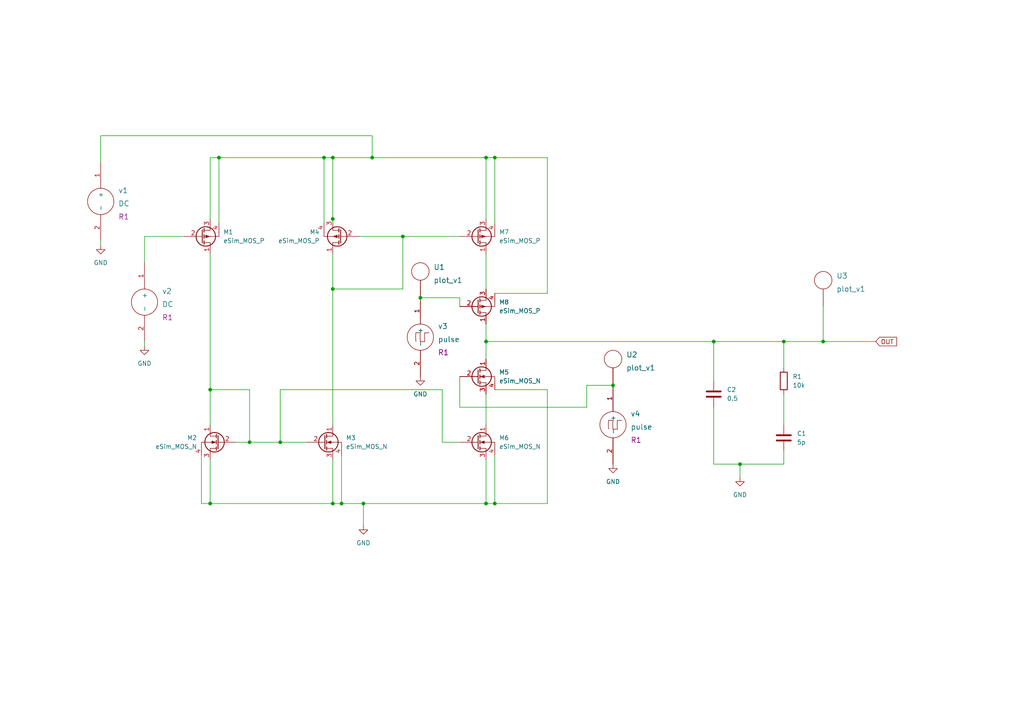
<source format=kicad_sch>
(kicad_sch (version 20211123) (generator eeschema)
  (paper "A4")
  (lib_symbols
    (symbol "eSim_Devices:capacitor" (pin_numbers hide) (pin_names (offset 0.254))
      (property "Reference" "C" (at 0.635 2.54 0))
      (property "Value" "capacitor" (at 0.635 -2.54 0))
      (symbol "capacitor_0_1"
        (polyline (pts (xy -2.032 -0.762) (xy 2.032 -0.762)) (stroke (width 0.508)))
        (polyline (pts (xy -2.032 0.762) (xy 2.032 0.762)) (stroke (width 0.508)))
      )
      (symbol "capacitor_1_1"
        (pin passive line (at 0 3.81 270) (length 2.794) (name "~") (number "1"))
        (pin passive line (at 0 -3.81 90) (length 2.794) (name "~") (number "2"))
      )
    )
    (symbol "eSim_Devices:eSim_MOS_N" (pin_names (offset 0) hide)
      (property "Reference" "M" (at 0 -3.81 0))
      (property "Value" "eSim_MOS_N" (at 2.54 -1.27 0))
      (symbol "eSim_MOS_N_0_1"
        (polyline (pts (xy 3.302 -7.366) (xy 3.302 -6.35)) (stroke (width 0.254)))
        (polyline (pts (xy 3.302 -6.858) (xy 5.08 -6.858)))
        (polyline (pts (xy 3.302 -5.588) (xy 3.302 -4.572)) (stroke (width 0.254)))
        (polyline (pts (xy 3.302 -5.08) (xy 5.08 -5.08)))
        (polyline (pts (xy 3.302 -3.81) (xy 3.302 -2.794)) (stroke (width 0.254)))
        (polyline (pts (xy 3.302 -3.302) (xy 5.08 -3.302)))
        (polyline (pts (xy 5.08 -7.62) (xy 5.08 -6.858)))
        (polyline (pts (xy 5.08 -3.302) (xy 5.08 -2.54)))
        (polyline (pts (xy 2.794 -6.985) (xy 2.794 -3.175) (xy 2.794 -3.175)) (stroke (width 0.254)))
        (polyline (pts (xy 5.08 -5.08) (xy 7.62 -5.08) (xy 7.62 -6.35)))
        (polyline (pts (xy 3.556 -5.08) (xy 4.572 -5.461) (xy 4.572 -4.699) (xy 3.556 -5.08)) (fill (type outline)))
        (circle (center 3.81 -5.08) (radius 2.8194) (stroke (width 0.254)))
      )
      (symbol "eSim_MOS_N_1_1"
        (pin passive line (at 5.08 0 270) (length 2.54) (name "D") (number "1"))
        (pin passive line (at -2.54 -5.08 0) (length 5.334) (name "G") (number "2"))
        (pin passive line (at 5.08 -10.16 90) (length 2.54) (name "S") (number "3"))
        (pin passive line (at 7.62 -8.89 90) (length 2.4892) (name "B") (number "4"))
      )
    )
    (symbol "eSim_Devices:eSim_MOS_P" (pin_names (offset 0) hide)
      (property "Reference" "M" (at -1.27 1.27 0))
      (property "Value" "eSim_MOS_P" (at 1.27 3.81 0))
      (symbol "eSim_MOS_P_0_1"
        (polyline (pts (xy 2.032 -1.778) (xy 3.81 -1.778)))
        (polyline (pts (xy 2.032 -1.27) (xy 2.032 -2.286)) (stroke (width 0.254)))
        (polyline (pts (xy 2.032 0) (xy 3.81 0)))
        (polyline (pts (xy 2.032 0.508) (xy 2.032 -0.508)) (stroke (width 0.254)))
        (polyline (pts (xy 2.032 1.778) (xy 3.81 1.778)))
        (polyline (pts (xy 2.032 2.286) (xy 2.032 1.27)) (stroke (width 0.254)))
        (polyline (pts (xy 3.81 -1.778) (xy 3.81 -2.54)))
        (polyline (pts (xy 3.81 2.54) (xy 3.81 1.778)))
        (polyline (pts (xy 1.524 1.905) (xy 1.524 -1.905) (xy 1.524 -1.905)) (stroke (width 0.254)))
        (polyline (pts (xy 3.81 0) (xy 6.35 0) (xy 6.35 -1.27)))
        (polyline (pts (xy 3.556 0) (xy 2.54 -0.381) (xy 2.54 0.381) (xy 3.556 0)) (fill (type outline)))
        (circle (center 2.54 0) (radius 2.8194) (stroke (width 0.254)))
      )
      (symbol "eSim_MOS_P_1_1"
        (pin passive line (at 3.81 5.08 270) (length 2.54) (name "D") (number "1"))
        (pin passive line (at -3.81 0 0) (length 5.334) (name "G") (number "2"))
        (pin passive line (at 3.81 -5.08 90) (length 2.54) (name "S") (number "3"))
        (pin passive line (at 6.35 -3.81 90) (length 2.54) (name "B") (number "4"))
      )
    )
    (symbol "eSim_Devices:resistor" (pin_numbers hide) (pin_names (offset 0))
      (property "Reference" "R" (at 1.27 3.302 0))
      (property "Value" "resistor" (at 1.27 -1.27 0))
      (symbol "resistor_0_1"
        (rectangle (start 3.81 0.254) (end -1.27 2.286) (stroke (width 0.254)))
      )
      (symbol "resistor_1_1"
        (pin passive line (at -2.54 1.27 0) (length 1.27) (name "~") (number "1"))
        (pin passive line (at 5.08 1.27 180) (length 1.27) (name "~") (number "2"))
      )
    )
    (symbol "eSim_Plot:plot_v1" (pin_names (offset 1.016))
      (property "Reference" "U" (at 0 12.7 0))
      (property "Value" "plot_v1" (at 5.08 8.89 0))
      (symbol "plot_v1_0_1"
        (circle (center 0 12.7) (radius 2.54))
      )
      (symbol "plot_v1_1_1"
        (pin input line (at 0 5.08 90) (length 5.08) (name "~") (number "~"))
      )
    )
    (symbol "eSim_Power:eSim_GND" (power) (pin_names (offset 0))
      (property "Value" "eSim_GND" (at 0 -3.81 0))
      (symbol "eSim_GND_0_1"
        (polyline (pts (xy 0 0) (xy 0 -1.27) (xy 1.27 -1.27) (xy 0 -2.54) (xy -1.27 -1.27) (xy 0 -1.27)))
      )
      (symbol "eSim_GND_1_1"
        (pin power_in line (at 0 0 270) (length 0) hide (name "GND") (number "1"))
      )
    )
    (symbol "eSim_Sources:DC" (pin_names (offset 1.016))
      (property "Reference" "v" (at -5.08 2.54 0))
      (property "Value" "DC" (at -5.08 -1.27 0))
      (property "Footprint" "R1" (at -7.62 0 0))
      (symbol "DC_0_1"
        (circle (center 0 0) (radius 3.81))
      )
      (symbol "DC_1_1"
        (pin power_out line (at 0 11.43 270) (length 7.62) (name "+") (number "1"))
        (pin power_out line (at 0 -11.43 90) (length 7.62) (name "-") (number "2"))
      )
    )
    (symbol "eSim_Sources:pulse" (pin_names (offset 1.016))
      (property "Reference" "v" (at -5.08 2.54 0))
      (property "Value" "pulse" (at -5.08 -1.27 0))
      (property "Footprint" "R1" (at -7.62 0 0))
      (symbol "pulse_0_1"
        (arc (start -1.27 1.27) (mid -1.3491 0) (end -1.27 -1.27))
        (arc (start 0 -1.27) (mid 0.635 -1.2876) (end 1.27 -1.27))
        (circle (center 0 0) (radius 3.81))
        (arc (start 0 1.27) (mid -0.635 1.2859) (end -1.27 1.27))
        (arc (start 0 1.27) (mid -0.0703 0) (end 0 -1.27))
        (arc (start 1.27 1.27) (mid 1.2124 0) (end 1.27 -1.27))
        (arc (start 1.27 1.27) (mid 1.905 1.2556) (end 2.54 1.27))
      )
      (symbol "pulse_1_1"
        (pin passive line (at 0 11.43 270) (length 7.62) (name "+") (number "1"))
        (pin passive line (at 0 -11.43 90) (length 7.62) (name "-") (number "2"))
      )
    )
  )
  (junction (at 93.98 45.72))
  (junction (at 60.96 146.05))
  (junction (at 238.76 99.06))
  (junction (at 96.52 63.5))
  (junction (at 63.5 45.72))
  (junction (at 105.41 146.05))
  (junction (at 207.01 99.06))
  (junction (at 177.8 111.76))
  (junction (at 96.52 83.82))
  (junction (at 121.92 86.36))
  (junction (at 140.97 99.06))
  (junction (at 140.97 146.05))
  (junction (at 140.97 45.72))
  (junction (at 227.33 99.06))
  (junction (at 116.84 68.58))
  (junction (at 214.63 134.62))
  (junction (at 96.52 45.72))
  (junction (at 60.96 113.03))
  (junction (at 96.52 146.05))
  (junction (at 107.95 45.72))
  (junction (at 81.28 128.27))
  (junction (at 99.06 146.05))
  (junction (at 72.39 128.27))
  (junction (at 143.51 45.72))
  (junction (at 143.51 146.05))
  (wire (pts (xy 140.97 45.72) (xy 143.51 45.72)))
  (wire (pts (xy 58.42 146.05) (xy 60.96 146.05)))
  (wire (pts (xy 140.97 99.06) (xy 140.97 104.14)))
  (wire (pts (xy 107.95 39.37) (xy 107.95 45.72)))
  (wire (pts (xy 96.52 45.72) (xy 107.95 45.72)))
  (wire (pts (xy 143.51 45.72) (xy 158.75 45.72)))
  (wire (pts (xy 214.63 134.62) (xy 214.63 138.43)))
  (wire (pts (xy 29.21 39.37) (xy 107.95 39.37)))
  (wire (pts (xy 158.75 113.03) (xy 158.75 146.05)))
  (wire (pts (xy 133.35 86.36) (xy 133.35 88.9)))
  (wire (pts (xy 29.21 46.99) (xy 29.21 39.37)))
  (wire (pts (xy 128.27 113.03) (xy 128.27 128.27)))
  (wire (pts (xy 60.96 45.72) (xy 63.5 45.72)))
  (wire (pts (xy 254 99.06) (xy 238.76 99.06)))
  (wire (pts (xy 29.21 69.85) (xy 29.21 71.12)))
  (wire (pts (xy 99.06 132.08) (xy 99.06 146.05)))
  (wire (pts (xy 96.52 64.77) (xy 96.52 63.5)))
  (wire (pts (xy 81.28 113.03) (xy 128.27 113.03)))
  (wire (pts (xy 133.35 109.22) (xy 133.35 118.11)))
  (wire (pts (xy 227.33 114.3) (xy 227.33 123.19)))
  (wire (pts (xy 107.95 45.72) (xy 140.97 45.72)))
  (wire (pts (xy 105.41 146.05) (xy 105.41 152.4)))
  (wire (pts (xy 96.52 146.05) (xy 99.06 146.05)))
  (wire (pts (xy 170.18 118.11) (xy 170.18 111.76)))
  (wire (pts (xy 140.97 93.98) (xy 140.97 99.06)))
  (wire (pts (xy 143.51 85.09) (xy 158.75 85.09)))
  (wire (pts (xy 116.84 68.58) (xy 116.84 83.82)))
  (wire (pts (xy 96.52 133.35) (xy 96.52 146.05)))
  (wire (pts (xy 99.06 146.05) (xy 105.41 146.05)))
  (wire (pts (xy 140.97 146.05) (xy 140.97 133.35)))
  (wire (pts (xy 96.52 83.82) (xy 116.84 83.82)))
  (wire (pts (xy 238.76 99.06) (xy 227.33 99.06)))
  (wire (pts (xy 96.52 83.82) (xy 96.52 123.19)))
  (wire (pts (xy 60.96 63.5) (xy 60.96 45.72)))
  (wire (pts (xy 207.01 99.06) (xy 140.97 99.06)))
  (wire (pts (xy 214.63 134.62) (xy 227.33 134.62)))
  (wire (pts (xy 143.51 146.05) (xy 158.75 146.05)))
  (wire (pts (xy 207.01 118.11) (xy 207.01 134.62)))
  (wire (pts (xy 105.41 146.05) (xy 140.97 146.05)))
  (wire (pts (xy 60.96 133.35) (xy 60.96 146.05)))
  (wire (pts (xy 128.27 128.27) (xy 133.35 128.27)))
  (wire (pts (xy 133.35 118.11) (xy 170.18 118.11)))
  (wire (pts (xy 140.97 146.05) (xy 143.51 146.05)))
  (wire (pts (xy 60.96 113.03) (xy 60.96 123.19)))
  (wire (pts (xy 170.18 111.76) (xy 177.8 111.76)))
  (wire (pts (xy 121.92 86.36) (xy 133.35 86.36)))
  (wire (pts (xy 116.84 68.58) (xy 133.35 68.58)))
  (wire (pts (xy 72.39 128.27) (xy 81.28 128.27)))
  (wire (pts (xy 158.75 85.09) (xy 158.75 45.72)))
  (wire (pts (xy 238.76 88.9) (xy 238.76 99.06)))
  (wire (pts (xy 58.42 132.08) (xy 58.42 146.05)))
  (wire (pts (xy 60.96 73.66) (xy 60.96 113.03)))
  (wire (pts (xy 63.5 45.72) (xy 93.98 45.72)))
  (wire (pts (xy 227.33 99.06) (xy 227.33 106.68)))
  (wire (pts (xy 63.5 45.72) (xy 63.5 64.77)))
  (wire (pts (xy 143.51 113.03) (xy 158.75 113.03)))
  (wire (pts (xy 60.96 146.05) (xy 96.52 146.05)))
  (wire (pts (xy 41.91 68.58) (xy 53.34 68.58)))
  (wire (pts (xy 104.14 68.58) (xy 116.84 68.58)))
  (wire (pts (xy 140.97 73.66) (xy 140.97 83.82)))
  (wire (pts (xy 81.28 128.27) (xy 88.9 128.27)))
  (wire (pts (xy 41.91 76.2) (xy 41.91 68.58)))
  (wire (pts (xy 60.96 113.03) (xy 72.39 113.03)))
  (wire (pts (xy 140.97 45.72) (xy 140.97 63.5)))
  (wire (pts (xy 140.97 114.3) (xy 140.97 123.19)))
  (wire (pts (xy 227.33 99.06) (xy 207.01 99.06)))
  (wire (pts (xy 207.01 99.06) (xy 207.01 110.49)))
  (wire (pts (xy 143.51 132.08) (xy 143.51 146.05)))
  (wire (pts (xy 68.58 128.27) (xy 72.39 128.27)))
  (wire (pts (xy 207.01 134.62) (xy 214.63 134.62)))
  (wire (pts (xy 81.28 128.27) (xy 81.28 113.03)))
  (wire (pts (xy 143.51 64.77) (xy 143.51 45.72)))
  (wire (pts (xy 41.91 99.06) (xy 41.91 100.33)))
  (wire (pts (xy 93.98 45.72) (xy 96.52 45.72)))
  (wire (pts (xy 96.52 63.5) (xy 96.52 45.72)))
  (wire (pts (xy 93.98 45.72) (xy 93.98 64.77)))
  (wire (pts (xy 227.33 134.62) (xy 227.33 130.81)))
  (wire (pts (xy 72.39 113.03) (xy 72.39 128.27)))
  (wire (pts (xy 96.52 73.66) (xy 96.52 83.82)))
  (global_label "OUT" (shape input) (at 254 99.06 0) (property "Intersheet References" "${INTERSHEET_REFS}" (effects hide)))
  (symbol (lib_id "eSim_Plot:plot_v1") (at 121.92 91.44 0) (unit 1)
    (property "Reference" "U1" (at 125.73 77.47 0) (effects (font (size 1.524 1.524)) (justify left)))
    (property "Value" "plot_v1" (at 125.73 81.28 0) (effects (font (size 1.524 1.524)) (justify left)))
  )
  (symbol (lib_id "eSim_Sources:DC") (at 41.91 87.63 0) (unit 1)
    (property "Reference" "v2" (at 46.99 84.455 0) (effects (font (size 1.524 1.524)) (justify left)))
    (property "Value" "DC" (at 46.99 88.265 0) (effects (font (size 1.524 1.524)) (justify left)))
    (property "Footprint" "R1" (at 46.99 92.075 0) (effects (font (size 1.524 1.524)) (justify left)))
  )
  (symbol (lib_id "eSim_Devices:eSim_MOS_N") (at 135.89 123.19 0) (unit 1)
    (property "Reference" "M6" (at 144.78 126.9999 0) (effects (justify left)))
    (property "Value" "eSim_MOS_N" (at 144.78 129.5399 0) (effects (justify left)))
  )
  (symbol (lib_id "eSim_Plot:plot_v1") (at 177.8 116.84 0) (unit 1)
    (property "Reference" "U2" (at 181.61 102.87 0) (effects (font (size 1.524 1.524)) (justify left)))
    (property "Value" "plot_v1" (at 181.61 106.68 0) (effects (font (size 1.524 1.524)) (justify left)))
  )
  (symbol (lib_id "eSim_Devices:capacitor") (at 227.33 127 0) (unit 1)
    (property "Reference" "C1" (at 231.14 125.7299 0) (effects (justify left)))
    (property "Value" "5p" (at 231.14 128.2699 0) (effects (justify left)))
  )
  (symbol (lib_id "eSim_Devices:eSim_MOS_N") (at 66.04 123.19 0) (mirror y) (unit 1)
    (property "Reference" "M2" (at 57.15 126.9999 0) (effects (justify left)))
    (property "Value" "eSim_MOS_N" (at 57.15 129.5399 0) (effects (justify left)))
  )
  (symbol (lib_id "eSim_Power:eSim_GND") (at 29.21 71.12 0) (unit 1)
    (property "Reference" "#PWR01" (effects hide))
    (property "Value" "eSim_GND" (at 29.21 76.2 0))
  )
  (symbol (lib_id "eSim_Devices:resistor") (at 228.6 111.76 90) (unit 1)
    (property "Reference" "R1" (at 229.87 109.2199 90) (effects (justify right)))
    (property "Value" "10k" (at 229.87 111.7599 90) (effects (justify right)))
  )
  (symbol (lib_id "eSim_Devices:eSim_MOS_P") (at 57.15 68.58 0) (mirror x) (unit 1)
    (property "Reference" "M1" (at 64.77 67.3099 0) (effects (justify left)))
    (property "Value" "eSim_MOS_P" (at 64.77 69.8499 0) (effects (justify left)))
  )
  (symbol (lib_id "eSim_Power:eSim_GND") (at 214.63 138.43 0) (unit 1)
    (property "Reference" "#PWR06" (effects hide))
    (property "Value" "eSim_GND" (at 214.63 143.51 0))
  )
  (symbol (lib_id "eSim_Devices:eSim_MOS_P") (at 137.16 68.58 0) (mirror x) (unit 1)
    (property "Reference" "M7" (at 144.78 67.3099 0) (effects (justify left)))
    (property "Value" "eSim_MOS_P" (at 144.78 69.8499 0) (effects (justify left)))
  )
  (symbol (lib_id "eSim_Sources:DC") (at 29.21 58.42 0) (unit 1)
    (property "Reference" "v1" (at 34.29 55.245 0) (effects (font (size 1.524 1.524)) (justify left)))
    (property "Value" "DC" (at 34.29 59.055 0) (effects (font (size 1.524 1.524)) (justify left)))
    (property "Footprint" "R1" (at 34.29 62.865 0) (effects (font (size 1.524 1.524)) (justify left)))
  )
  (symbol (lib_id "eSim_Power:eSim_GND") (at 41.91 100.33 0) (unit 1)
    (property "Reference" "#PWR02" (effects hide))
    (property "Value" "eSim_GND" (at 41.91 105.41 0))
  )
  (symbol (lib_id "eSim_Sources:pulse") (at 177.8 123.19 0) (unit 1)
    (property "Reference" "v4" (at 182.88 120.015 0) (effects (font (size 1.524 1.524)) (justify left)))
    (property "Value" "pulse" (at 182.88 123.825 0) (effects (font (size 1.524 1.524)) (justify left)))
    (property "Footprint" "R1" (at 182.88 127.635 0) (effects (font (size 1.524 1.524)) (justify left)))
  )
  (symbol (lib_id "eSim_Devices:eSim_MOS_P") (at 137.16 88.9 0) (mirror x) (unit 1)
    (property "Reference" "M8" (at 144.78 87.6299 0) (effects (justify left)))
    (property "Value" "eSim_MOS_P" (at 144.78 90.1699 0) (effects (justify left)))
  )
  (symbol (lib_id "eSim_Power:eSim_GND") (at 121.92 109.22 0) (unit 1)
    (property "Reference" "#PWR04" (effects hide))
    (property "Value" "eSim_GND" (at 121.92 114.3 0))
  )
  (symbol (lib_id "eSim_Devices:eSim_MOS_P") (at 100.33 68.58 180) (unit 1)
    (property "Reference" "M4" (at 92.71 67.3099 0) (effects (justify left)))
    (property "Value" "eSim_MOS_P" (at 92.71 69.8499 0) (effects (justify left)))
  )
  (symbol (lib_id "eSim_Plot:plot_v1") (at 238.76 93.98 0) (unit 1)
    (property "Reference" "U3" (at 242.57 80.01 0) (effects (font (size 1.524 1.524)) (justify left)))
    (property "Value" "plot_v1" (at 242.57 83.82 0) (effects (font (size 1.524 1.524)) (justify left)))
  )
  (symbol (lib_id "eSim_Devices:eSim_MOS_N") (at 91.44 123.19 0) (unit 1)
    (property "Reference" "M3" (at 100.33 126.9999 0) (effects (justify left)))
    (property "Value" "eSim_MOS_N" (at 100.33 129.5399 0) (effects (justify left)))
  )
  (symbol (lib_id "eSim_Power:eSim_GND") (at 105.41 152.4 0) (unit 1)
    (property "Reference" "#PWR03" (effects hide))
    (property "Value" "eSim_GND" (at 105.41 157.48 0))
  )
  (symbol (lib_id "eSim_Power:eSim_GND") (at 177.8 134.62 0) (unit 1)
    (property "Reference" "#PWR05" (effects hide))
    (property "Value" "eSim_GND" (at 177.8 139.7 0))
  )
  (symbol (lib_id "eSim_Devices:eSim_MOS_N") (at 135.89 104.14 0) (unit 1)
    (property "Reference" "M5" (at 144.78 107.9499 0) (effects (justify left)))
    (property "Value" "eSim_MOS_N" (at 144.78 110.4899 0) (effects (justify left)))
  )
  (symbol (lib_id "eSim_Devices:capacitor") (at 207.01 114.3 0) (unit 1)
    (property "Reference" "C2" (at 210.82 113.0299 0) (effects (justify left)))
    (property "Value" "0.5" (at 210.82 115.5699 0) (effects (justify left)))
  )
  (symbol (lib_id "eSim_Sources:pulse") (at 121.92 97.79 0) (unit 1)
    (property "Reference" "v3" (at 127 94.615 0) (effects (font (size 1.524 1.524)) (justify left)))
    (property "Value" "pulse" (at 127 98.425 0) (effects (font (size 1.524 1.524)) (justify left)))
    (property "Footprint" "R1" (at 127 102.235 0) (effects (font (size 1.524 1.524)) (justify left)))
  )
)
</source>
